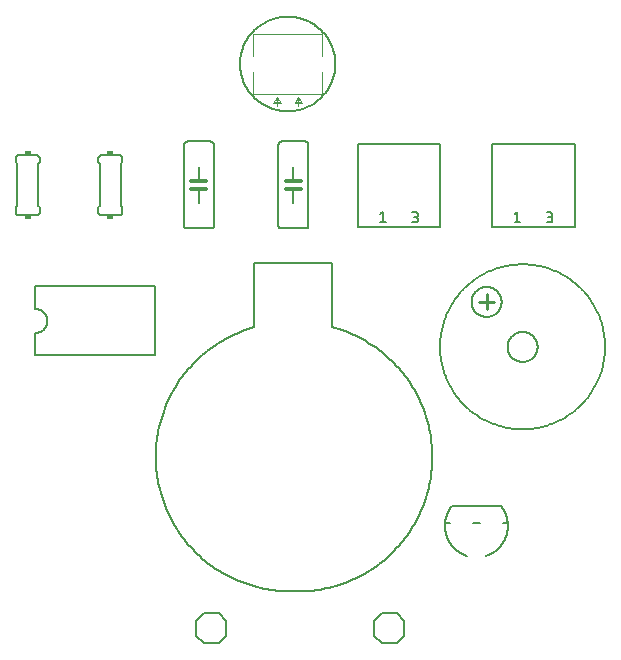
<source format=gto>
G75*
%MOIN*%
%OFA0B0*%
%FSLAX25Y25*%
%IPPOS*%
%LPD*%
%AMOC8*
5,1,8,0,0,1.08239X$1,22.5*
%
%ADD10C,0.00500*%
%ADD11C,0.00600*%
%ADD12C,0.00800*%
%ADD13C,0.00400*%
%ADD14C,0.00700*%
%ADD15C,0.01000*%
%ADD16R,0.02000X0.01500*%
%ADD17C,0.01200*%
D10*
X0128913Y0259230D02*
X0127814Y0259218D01*
X0126715Y0259233D01*
X0125616Y0259276D01*
X0124519Y0259345D01*
X0123424Y0259441D01*
X0122332Y0259564D01*
X0121243Y0259714D01*
X0120158Y0259890D01*
X0119078Y0260093D01*
X0118003Y0260322D01*
X0116934Y0260578D01*
X0115871Y0260859D01*
X0114816Y0261167D01*
X0113769Y0261501D01*
X0112730Y0261860D01*
X0111700Y0262244D01*
X0110680Y0262654D01*
X0109670Y0263088D01*
X0108672Y0263547D01*
X0107684Y0264031D01*
X0106709Y0264538D01*
X0105747Y0265070D01*
X0104798Y0265624D01*
X0103863Y0266202D01*
X0102943Y0266803D01*
X0102037Y0267426D01*
X0101147Y0268071D01*
X0100273Y0268737D01*
X0099415Y0269425D01*
X0098575Y0270134D01*
X0097753Y0270863D01*
X0096948Y0271612D01*
X0096162Y0272380D01*
X0095395Y0273168D01*
X0094648Y0273974D01*
X0093921Y0274798D01*
X0093214Y0275640D01*
X0092528Y0276499D01*
X0091863Y0277374D01*
X0091220Y0278266D01*
X0090599Y0279173D01*
X0090001Y0280095D01*
X0089425Y0281031D01*
X0088872Y0281981D01*
X0088343Y0282945D01*
X0087838Y0283921D01*
X0087357Y0284909D01*
X0086900Y0285909D01*
X0086467Y0286919D01*
X0086060Y0287940D01*
X0085678Y0288971D01*
X0085321Y0290010D01*
X0084990Y0291059D01*
X0084684Y0292115D01*
X0084405Y0293178D01*
X0084152Y0294247D01*
X0083925Y0295323D01*
X0083724Y0296403D01*
X0083550Y0297489D01*
X0083403Y0298578D01*
X0083282Y0299671D01*
X0083189Y0300766D01*
X0083122Y0301863D01*
X0083082Y0302961D01*
X0083069Y0304061D01*
X0083083Y0305160D01*
X0083124Y0306258D01*
X0083192Y0307355D01*
X0083287Y0308450D01*
X0083408Y0309543D01*
X0083557Y0310632D01*
X0083732Y0311717D01*
X0083933Y0312798D01*
X0084161Y0313873D01*
X0084415Y0314942D01*
X0084696Y0316005D01*
X0085002Y0317061D01*
X0085334Y0318108D01*
X0085692Y0319148D01*
X0086075Y0320178D01*
X0086484Y0321199D01*
X0086917Y0322209D01*
X0087375Y0323208D01*
X0087857Y0324196D01*
X0088364Y0325171D01*
X0088894Y0326134D01*
X0089447Y0327084D01*
X0090024Y0328020D01*
X0090623Y0328941D01*
X0091245Y0329848D01*
X0091889Y0330738D01*
X0092555Y0331613D01*
X0093241Y0332471D01*
X0093949Y0333312D01*
X0094677Y0334136D01*
X0095425Y0334941D01*
X0096193Y0335728D01*
X0096979Y0336496D01*
X0097785Y0337244D01*
X0098608Y0337972D01*
X0099449Y0338680D01*
X0100307Y0339367D01*
X0101181Y0340033D01*
X0102072Y0340677D01*
X0102978Y0341299D01*
X0103900Y0341899D01*
X0104835Y0342476D01*
X0105785Y0343030D01*
X0106747Y0343560D01*
X0107723Y0344067D01*
X0108711Y0344549D01*
X0109710Y0345007D01*
X0110720Y0345441D01*
X0111740Y0345849D01*
X0112770Y0346233D01*
X0113810Y0346591D01*
X0114857Y0346923D01*
X0115913Y0347230D01*
X0115921Y0368730D01*
X0141906Y0368730D01*
X0141913Y0347230D01*
X0157860Y0382197D02*
X0159749Y0382197D01*
X0158805Y0382197D02*
X0158805Y0385597D01*
X0157860Y0384841D01*
X0168610Y0385597D02*
X0169744Y0385597D01*
X0169798Y0385595D01*
X0169852Y0385589D01*
X0169905Y0385580D01*
X0169957Y0385566D01*
X0170008Y0385549D01*
X0170058Y0385529D01*
X0170106Y0385505D01*
X0170153Y0385477D01*
X0170197Y0385446D01*
X0170239Y0385412D01*
X0170279Y0385376D01*
X0170315Y0385336D01*
X0170349Y0385294D01*
X0170380Y0385250D01*
X0170408Y0385203D01*
X0170432Y0385155D01*
X0170452Y0385105D01*
X0170469Y0385054D01*
X0170483Y0385002D01*
X0170492Y0384949D01*
X0170498Y0384895D01*
X0170500Y0384841D01*
X0170498Y0384787D01*
X0170492Y0384733D01*
X0170483Y0384680D01*
X0170469Y0384628D01*
X0170452Y0384577D01*
X0170432Y0384527D01*
X0170408Y0384479D01*
X0170380Y0384432D01*
X0170349Y0384388D01*
X0170315Y0384346D01*
X0170279Y0384306D01*
X0170239Y0384270D01*
X0170197Y0384236D01*
X0170153Y0384205D01*
X0170106Y0384177D01*
X0170058Y0384153D01*
X0170008Y0384133D01*
X0169957Y0384116D01*
X0169905Y0384102D01*
X0169852Y0384093D01*
X0169798Y0384087D01*
X0169744Y0384085D01*
X0168988Y0384085D01*
X0169555Y0384085D02*
X0169615Y0384083D01*
X0169676Y0384077D01*
X0169735Y0384068D01*
X0169794Y0384054D01*
X0169852Y0384037D01*
X0169909Y0384016D01*
X0169965Y0383992D01*
X0170018Y0383964D01*
X0170070Y0383932D01*
X0170120Y0383898D01*
X0170167Y0383860D01*
X0170212Y0383819D01*
X0170254Y0383776D01*
X0170293Y0383730D01*
X0170329Y0383681D01*
X0170362Y0383630D01*
X0170392Y0383578D01*
X0170418Y0383523D01*
X0170441Y0383467D01*
X0170460Y0383410D01*
X0170475Y0383351D01*
X0170487Y0383292D01*
X0170495Y0383232D01*
X0170499Y0383171D01*
X0170499Y0383111D01*
X0170495Y0383050D01*
X0170487Y0382990D01*
X0170475Y0382931D01*
X0170460Y0382872D01*
X0170441Y0382815D01*
X0170418Y0382759D01*
X0170392Y0382704D01*
X0170362Y0382652D01*
X0170329Y0382601D01*
X0170293Y0382552D01*
X0170254Y0382506D01*
X0170212Y0382463D01*
X0170167Y0382422D01*
X0170120Y0382384D01*
X0170070Y0382350D01*
X0170018Y0382318D01*
X0169965Y0382290D01*
X0169909Y0382266D01*
X0169852Y0382245D01*
X0169794Y0382228D01*
X0169735Y0382214D01*
X0169676Y0382205D01*
X0169615Y0382199D01*
X0169555Y0382197D01*
X0168610Y0382197D01*
X0202663Y0382197D02*
X0204552Y0382197D01*
X0203608Y0382197D02*
X0203608Y0385597D01*
X0202663Y0384841D01*
X0213413Y0385597D02*
X0214547Y0385597D01*
X0214601Y0385595D01*
X0214655Y0385589D01*
X0214708Y0385580D01*
X0214760Y0385566D01*
X0214811Y0385549D01*
X0214861Y0385529D01*
X0214909Y0385505D01*
X0214956Y0385477D01*
X0215000Y0385446D01*
X0215042Y0385412D01*
X0215082Y0385376D01*
X0215118Y0385336D01*
X0215152Y0385294D01*
X0215183Y0385250D01*
X0215211Y0385203D01*
X0215235Y0385155D01*
X0215255Y0385105D01*
X0215272Y0385054D01*
X0215286Y0385002D01*
X0215295Y0384949D01*
X0215301Y0384895D01*
X0215303Y0384841D01*
X0215301Y0384787D01*
X0215295Y0384733D01*
X0215286Y0384680D01*
X0215272Y0384628D01*
X0215255Y0384577D01*
X0215235Y0384527D01*
X0215211Y0384479D01*
X0215183Y0384432D01*
X0215152Y0384388D01*
X0215118Y0384346D01*
X0215082Y0384306D01*
X0215042Y0384270D01*
X0215000Y0384236D01*
X0214956Y0384205D01*
X0214909Y0384177D01*
X0214861Y0384153D01*
X0214811Y0384133D01*
X0214760Y0384116D01*
X0214708Y0384102D01*
X0214655Y0384093D01*
X0214601Y0384087D01*
X0214547Y0384085D01*
X0213791Y0384085D01*
X0214358Y0384085D02*
X0214418Y0384083D01*
X0214479Y0384077D01*
X0214538Y0384068D01*
X0214597Y0384054D01*
X0214655Y0384037D01*
X0214712Y0384016D01*
X0214768Y0383992D01*
X0214821Y0383964D01*
X0214873Y0383932D01*
X0214923Y0383898D01*
X0214970Y0383860D01*
X0215015Y0383819D01*
X0215057Y0383776D01*
X0215096Y0383730D01*
X0215132Y0383681D01*
X0215165Y0383630D01*
X0215195Y0383578D01*
X0215221Y0383523D01*
X0215244Y0383467D01*
X0215263Y0383410D01*
X0215278Y0383351D01*
X0215290Y0383292D01*
X0215298Y0383232D01*
X0215302Y0383171D01*
X0215302Y0383111D01*
X0215298Y0383050D01*
X0215290Y0382990D01*
X0215278Y0382931D01*
X0215263Y0382872D01*
X0215244Y0382815D01*
X0215221Y0382759D01*
X0215195Y0382704D01*
X0215165Y0382652D01*
X0215132Y0382601D01*
X0215096Y0382552D01*
X0215057Y0382506D01*
X0215015Y0382463D01*
X0214970Y0382422D01*
X0214923Y0382384D01*
X0214873Y0382350D01*
X0214821Y0382318D01*
X0214768Y0382290D01*
X0214712Y0382266D01*
X0214655Y0382245D01*
X0214597Y0382228D01*
X0214538Y0382214D01*
X0214479Y0382205D01*
X0214418Y0382199D01*
X0214358Y0382197D01*
X0213413Y0382197D01*
X0198183Y0287580D02*
X0181691Y0287580D01*
X0181064Y0282080D02*
X0179485Y0282080D01*
X0188810Y0282080D02*
X0191064Y0282080D01*
X0198183Y0287581D02*
X0198336Y0287382D01*
X0198484Y0287180D01*
X0198627Y0286975D01*
X0198765Y0286766D01*
X0198898Y0286554D01*
X0199026Y0286339D01*
X0199148Y0286121D01*
X0199266Y0285900D01*
X0199378Y0285676D01*
X0199485Y0285450D01*
X0199586Y0285221D01*
X0199682Y0284990D01*
X0199773Y0284756D01*
X0199858Y0284521D01*
X0199937Y0284283D01*
X0200010Y0284044D01*
X0200078Y0283803D01*
X0200140Y0283561D01*
X0200196Y0283317D01*
X0200247Y0283071D01*
X0200291Y0282825D01*
X0200330Y0282578D01*
X0200362Y0282330D01*
X0200389Y0282081D01*
X0200389Y0282080D02*
X0198810Y0282080D01*
X0200389Y0282080D02*
X0200411Y0281825D01*
X0200426Y0281569D01*
X0200434Y0281313D01*
X0200437Y0281056D01*
X0200433Y0280800D01*
X0200423Y0280544D01*
X0200407Y0280288D01*
X0200385Y0280033D01*
X0200356Y0279778D01*
X0200321Y0279524D01*
X0200280Y0279271D01*
X0200233Y0279019D01*
X0200179Y0278769D01*
X0200120Y0278520D01*
X0200054Y0278272D01*
X0199983Y0278026D01*
X0199905Y0277781D01*
X0199822Y0277539D01*
X0199733Y0277299D01*
X0199637Y0277061D01*
X0199536Y0276825D01*
X0199430Y0276592D01*
X0199317Y0276362D01*
X0199199Y0276134D01*
X0199076Y0275910D01*
X0198947Y0275688D01*
X0198813Y0275470D01*
X0198673Y0275255D01*
X0198528Y0275044D01*
X0198378Y0274836D01*
X0198224Y0274632D01*
X0198064Y0274431D01*
X0197899Y0274235D01*
X0197730Y0274043D01*
X0197555Y0273854D01*
X0197377Y0273671D01*
X0197194Y0273491D01*
X0197006Y0273316D01*
X0196815Y0273146D01*
X0196619Y0272981D01*
X0196419Y0272820D01*
X0196216Y0272664D01*
X0196009Y0272514D01*
X0195798Y0272368D01*
X0195583Y0272227D01*
X0195366Y0272092D01*
X0195145Y0271962D01*
X0194921Y0271838D01*
X0194694Y0271719D01*
X0194464Y0271606D01*
X0194231Y0271498D01*
X0193996Y0271396D01*
X0193758Y0271300D01*
X0193519Y0271210D01*
X0193277Y0271125D01*
X0193033Y0271047D01*
X0186841Y0271047D02*
X0186599Y0271125D01*
X0186359Y0271209D01*
X0186121Y0271298D01*
X0185885Y0271393D01*
X0185651Y0271495D01*
X0185420Y0271601D01*
X0185192Y0271714D01*
X0184966Y0271831D01*
X0184743Y0271954D01*
X0184524Y0272083D01*
X0184307Y0272217D01*
X0184094Y0272356D01*
X0183884Y0272500D01*
X0183678Y0272649D01*
X0183476Y0272803D01*
X0183277Y0272962D01*
X0183082Y0273126D01*
X0182891Y0273295D01*
X0182705Y0273468D01*
X0182522Y0273645D01*
X0182344Y0273827D01*
X0182171Y0274013D01*
X0182002Y0274204D01*
X0181838Y0274398D01*
X0181678Y0274596D01*
X0181523Y0274798D01*
X0181374Y0275004D01*
X0181229Y0275213D01*
X0181089Y0275426D01*
X0180955Y0275642D01*
X0180826Y0275862D01*
X0180702Y0276084D01*
X0180583Y0276309D01*
X0180471Y0276537D01*
X0180363Y0276768D01*
X0180262Y0277001D01*
X0180166Y0277237D01*
X0180075Y0277475D01*
X0179991Y0277715D01*
X0179912Y0277957D01*
X0179839Y0278201D01*
X0179773Y0278447D01*
X0179712Y0278694D01*
X0179657Y0278942D01*
X0179608Y0279192D01*
X0179565Y0279443D01*
X0179529Y0279695D01*
X0179498Y0279947D01*
X0179474Y0280201D01*
X0179456Y0280454D01*
X0179444Y0280709D01*
X0179438Y0280963D01*
X0179438Y0281218D01*
X0179444Y0281472D01*
X0179457Y0281726D01*
X0179476Y0281980D01*
X0179501Y0282233D01*
X0179532Y0282486D01*
X0179569Y0282738D01*
X0179612Y0282988D01*
X0179661Y0283238D01*
X0179717Y0283487D01*
X0179778Y0283734D01*
X0179845Y0283979D01*
X0179918Y0284223D01*
X0179997Y0284465D01*
X0180082Y0284704D01*
X0180173Y0284942D01*
X0180270Y0285178D01*
X0180372Y0285411D01*
X0180480Y0285641D01*
X0180593Y0285869D01*
X0180712Y0286094D01*
X0180836Y0286316D01*
X0180966Y0286535D01*
X0181100Y0286751D01*
X0181240Y0286964D01*
X0181386Y0287173D01*
X0181536Y0287378D01*
X0181691Y0287580D01*
X0128913Y0259229D02*
X0130010Y0259204D01*
X0131108Y0259206D01*
X0132205Y0259235D01*
X0133301Y0259291D01*
X0134395Y0259374D01*
X0135487Y0259483D01*
X0136576Y0259620D01*
X0137662Y0259783D01*
X0138743Y0259972D01*
X0139819Y0260188D01*
X0140889Y0260430D01*
X0141953Y0260699D01*
X0143011Y0260993D01*
X0144060Y0261313D01*
X0145102Y0261659D01*
X0146135Y0262031D01*
X0147158Y0262427D01*
X0148171Y0262849D01*
X0149174Y0263295D01*
X0150166Y0263766D01*
X0151145Y0264260D01*
X0152112Y0264779D01*
X0153067Y0265321D01*
X0154007Y0265887D01*
X0154934Y0266475D01*
X0155845Y0267086D01*
X0156742Y0267720D01*
X0157622Y0268374D01*
X0158487Y0269051D01*
X0159334Y0269748D01*
X0160164Y0270466D01*
X0160977Y0271204D01*
X0161771Y0271962D01*
X0162546Y0272739D01*
X0163302Y0273534D01*
X0164038Y0274348D01*
X0164754Y0275180D01*
X0165449Y0276029D01*
X0166123Y0276895D01*
X0166776Y0277777D01*
X0167407Y0278675D01*
X0168016Y0279589D01*
X0168602Y0280516D01*
X0169166Y0281458D01*
X0169706Y0282414D01*
X0170222Y0283382D01*
X0170715Y0284363D01*
X0171183Y0285355D01*
X0171627Y0286359D01*
X0172046Y0287373D01*
X0172441Y0288398D01*
X0172810Y0289431D01*
X0173153Y0290474D01*
X0173471Y0291524D01*
X0173763Y0292582D01*
X0174029Y0293647D01*
X0174269Y0294718D01*
X0174482Y0295794D01*
X0174669Y0296876D01*
X0174829Y0297962D01*
X0174963Y0299051D01*
X0175070Y0300143D01*
X0175150Y0301238D01*
X0175203Y0302334D01*
X0175230Y0303431D01*
X0175229Y0304529D01*
X0175202Y0305626D01*
X0175148Y0306722D01*
X0175066Y0307816D01*
X0174958Y0308909D01*
X0174824Y0309998D01*
X0174662Y0311083D01*
X0174474Y0312165D01*
X0174260Y0313241D01*
X0174019Y0314312D01*
X0173752Y0315376D01*
X0173459Y0316434D01*
X0173140Y0317484D01*
X0172796Y0318526D01*
X0172426Y0319559D01*
X0172031Y0320583D01*
X0171611Y0321597D01*
X0171166Y0322601D01*
X0170697Y0323593D01*
X0170203Y0324573D01*
X0169686Y0325541D01*
X0169145Y0326496D01*
X0168581Y0327437D01*
X0167994Y0328364D01*
X0167384Y0329277D01*
X0166752Y0330174D01*
X0166098Y0331056D01*
X0165423Y0331921D01*
X0164727Y0332770D01*
X0164010Y0333601D01*
X0163273Y0334414D01*
X0162517Y0335209D01*
X0161741Y0335985D01*
X0160946Y0336742D01*
X0160133Y0337480D01*
X0159302Y0338197D01*
X0158454Y0338893D01*
X0157589Y0339569D01*
X0156708Y0340223D01*
X0155811Y0340855D01*
X0154899Y0341465D01*
X0153972Y0342053D01*
X0153031Y0342618D01*
X0152076Y0343159D01*
X0151108Y0343677D01*
X0150128Y0344171D01*
X0149136Y0344640D01*
X0148133Y0345086D01*
X0147119Y0345506D01*
X0146096Y0345902D01*
X0145063Y0346272D01*
X0144021Y0346617D01*
X0142971Y0346937D01*
X0141913Y0347230D01*
D11*
X0104051Y0241868D02*
X0099051Y0241868D01*
X0096551Y0244368D01*
X0096551Y0249368D01*
X0099051Y0251868D01*
X0104051Y0251868D01*
X0106551Y0249368D01*
X0106551Y0244368D01*
X0104051Y0241868D01*
X0155921Y0244368D02*
X0158421Y0241868D01*
X0163421Y0241868D01*
X0165921Y0244368D01*
X0165921Y0249368D01*
X0163421Y0251868D01*
X0158421Y0251868D01*
X0155921Y0249368D01*
X0155921Y0244368D01*
X0200331Y0340726D02*
X0200333Y0340867D01*
X0200339Y0341008D01*
X0200349Y0341148D01*
X0200363Y0341288D01*
X0200381Y0341428D01*
X0200402Y0341567D01*
X0200428Y0341706D01*
X0200457Y0341844D01*
X0200491Y0341980D01*
X0200528Y0342116D01*
X0200569Y0342251D01*
X0200614Y0342385D01*
X0200663Y0342517D01*
X0200715Y0342648D01*
X0200771Y0342777D01*
X0200831Y0342904D01*
X0200894Y0343030D01*
X0200960Y0343154D01*
X0201031Y0343277D01*
X0201104Y0343397D01*
X0201181Y0343515D01*
X0201261Y0343631D01*
X0201345Y0343744D01*
X0201431Y0343855D01*
X0201521Y0343964D01*
X0201614Y0344070D01*
X0201709Y0344173D01*
X0201808Y0344274D01*
X0201909Y0344372D01*
X0202013Y0344467D01*
X0202120Y0344559D01*
X0202229Y0344648D01*
X0202341Y0344733D01*
X0202455Y0344816D01*
X0202571Y0344896D01*
X0202690Y0344972D01*
X0202811Y0345044D01*
X0202933Y0345114D01*
X0203058Y0345179D01*
X0203184Y0345242D01*
X0203312Y0345300D01*
X0203442Y0345355D01*
X0203573Y0345407D01*
X0203706Y0345454D01*
X0203840Y0345498D01*
X0203975Y0345539D01*
X0204111Y0345575D01*
X0204248Y0345607D01*
X0204386Y0345636D01*
X0204524Y0345661D01*
X0204664Y0345681D01*
X0204804Y0345698D01*
X0204944Y0345711D01*
X0205085Y0345720D01*
X0205225Y0345725D01*
X0205366Y0345726D01*
X0205507Y0345723D01*
X0205648Y0345716D01*
X0205788Y0345705D01*
X0205928Y0345690D01*
X0206068Y0345671D01*
X0206207Y0345649D01*
X0206345Y0345622D01*
X0206483Y0345592D01*
X0206619Y0345557D01*
X0206755Y0345519D01*
X0206889Y0345477D01*
X0207023Y0345431D01*
X0207155Y0345382D01*
X0207285Y0345328D01*
X0207414Y0345271D01*
X0207541Y0345211D01*
X0207667Y0345147D01*
X0207790Y0345079D01*
X0207912Y0345008D01*
X0208032Y0344934D01*
X0208149Y0344856D01*
X0208264Y0344775D01*
X0208377Y0344691D01*
X0208488Y0344604D01*
X0208596Y0344513D01*
X0208701Y0344420D01*
X0208804Y0344323D01*
X0208904Y0344224D01*
X0209001Y0344122D01*
X0209095Y0344017D01*
X0209186Y0343910D01*
X0209274Y0343800D01*
X0209359Y0343688D01*
X0209441Y0343573D01*
X0209520Y0343456D01*
X0209595Y0343337D01*
X0209667Y0343216D01*
X0209735Y0343093D01*
X0209800Y0342968D01*
X0209862Y0342841D01*
X0209919Y0342712D01*
X0209974Y0342582D01*
X0210024Y0342451D01*
X0210071Y0342318D01*
X0210114Y0342184D01*
X0210153Y0342048D01*
X0210188Y0341912D01*
X0210220Y0341775D01*
X0210247Y0341637D01*
X0210271Y0341498D01*
X0210291Y0341358D01*
X0210307Y0341218D01*
X0210319Y0341078D01*
X0210327Y0340937D01*
X0210331Y0340796D01*
X0210331Y0340656D01*
X0210327Y0340515D01*
X0210319Y0340374D01*
X0210307Y0340234D01*
X0210291Y0340094D01*
X0210271Y0339954D01*
X0210247Y0339815D01*
X0210220Y0339677D01*
X0210188Y0339540D01*
X0210153Y0339404D01*
X0210114Y0339268D01*
X0210071Y0339134D01*
X0210024Y0339001D01*
X0209974Y0338870D01*
X0209919Y0338740D01*
X0209862Y0338611D01*
X0209800Y0338484D01*
X0209735Y0338359D01*
X0209667Y0338236D01*
X0209595Y0338115D01*
X0209520Y0337996D01*
X0209441Y0337879D01*
X0209359Y0337764D01*
X0209274Y0337652D01*
X0209186Y0337542D01*
X0209095Y0337435D01*
X0209001Y0337330D01*
X0208904Y0337228D01*
X0208804Y0337129D01*
X0208701Y0337032D01*
X0208596Y0336939D01*
X0208488Y0336848D01*
X0208377Y0336761D01*
X0208264Y0336677D01*
X0208149Y0336596D01*
X0208032Y0336518D01*
X0207912Y0336444D01*
X0207790Y0336373D01*
X0207667Y0336305D01*
X0207541Y0336241D01*
X0207414Y0336181D01*
X0207285Y0336124D01*
X0207155Y0336070D01*
X0207023Y0336021D01*
X0206889Y0335975D01*
X0206755Y0335933D01*
X0206619Y0335895D01*
X0206483Y0335860D01*
X0206345Y0335830D01*
X0206207Y0335803D01*
X0206068Y0335781D01*
X0205928Y0335762D01*
X0205788Y0335747D01*
X0205648Y0335736D01*
X0205507Y0335729D01*
X0205366Y0335726D01*
X0205225Y0335727D01*
X0205085Y0335732D01*
X0204944Y0335741D01*
X0204804Y0335754D01*
X0204664Y0335771D01*
X0204524Y0335791D01*
X0204386Y0335816D01*
X0204248Y0335845D01*
X0204111Y0335877D01*
X0203975Y0335913D01*
X0203840Y0335954D01*
X0203706Y0335998D01*
X0203573Y0336045D01*
X0203442Y0336097D01*
X0203312Y0336152D01*
X0203184Y0336210D01*
X0203058Y0336273D01*
X0202933Y0336338D01*
X0202811Y0336408D01*
X0202690Y0336480D01*
X0202571Y0336556D01*
X0202455Y0336636D01*
X0202341Y0336719D01*
X0202229Y0336804D01*
X0202120Y0336893D01*
X0202013Y0336985D01*
X0201909Y0337080D01*
X0201808Y0337178D01*
X0201709Y0337279D01*
X0201614Y0337382D01*
X0201521Y0337488D01*
X0201431Y0337597D01*
X0201345Y0337708D01*
X0201261Y0337821D01*
X0201181Y0337937D01*
X0201104Y0338055D01*
X0201031Y0338175D01*
X0200960Y0338298D01*
X0200894Y0338422D01*
X0200831Y0338548D01*
X0200771Y0338675D01*
X0200715Y0338804D01*
X0200663Y0338935D01*
X0200614Y0339067D01*
X0200569Y0339201D01*
X0200528Y0339336D01*
X0200491Y0339472D01*
X0200457Y0339608D01*
X0200428Y0339746D01*
X0200402Y0339885D01*
X0200381Y0340024D01*
X0200363Y0340164D01*
X0200349Y0340304D01*
X0200339Y0340444D01*
X0200333Y0340585D01*
X0200331Y0340726D01*
X0177831Y0340726D02*
X0177839Y0341401D01*
X0177864Y0342075D01*
X0177906Y0342749D01*
X0177963Y0343421D01*
X0178038Y0344092D01*
X0178129Y0344761D01*
X0178236Y0345427D01*
X0178359Y0346091D01*
X0178499Y0346751D01*
X0178655Y0347408D01*
X0178827Y0348061D01*
X0179015Y0348709D01*
X0179219Y0349352D01*
X0179439Y0349990D01*
X0179674Y0350623D01*
X0179924Y0351250D01*
X0180190Y0351870D01*
X0180471Y0352484D01*
X0180767Y0353090D01*
X0181078Y0353689D01*
X0181404Y0354281D01*
X0181743Y0354864D01*
X0182098Y0355438D01*
X0182466Y0356004D01*
X0182847Y0356561D01*
X0183243Y0357108D01*
X0183651Y0357645D01*
X0184073Y0358172D01*
X0184508Y0358688D01*
X0184955Y0359194D01*
X0185414Y0359688D01*
X0185886Y0360171D01*
X0186369Y0360643D01*
X0186863Y0361102D01*
X0187369Y0361549D01*
X0187885Y0361984D01*
X0188412Y0362406D01*
X0188949Y0362814D01*
X0189496Y0363210D01*
X0190053Y0363591D01*
X0190619Y0363959D01*
X0191193Y0364314D01*
X0191776Y0364653D01*
X0192368Y0364979D01*
X0192967Y0365290D01*
X0193573Y0365586D01*
X0194187Y0365867D01*
X0194807Y0366133D01*
X0195434Y0366383D01*
X0196067Y0366618D01*
X0196705Y0366838D01*
X0197348Y0367042D01*
X0197996Y0367230D01*
X0198649Y0367402D01*
X0199306Y0367558D01*
X0199966Y0367698D01*
X0200630Y0367821D01*
X0201296Y0367928D01*
X0201965Y0368019D01*
X0202636Y0368094D01*
X0203308Y0368151D01*
X0203982Y0368193D01*
X0204656Y0368218D01*
X0205331Y0368226D01*
X0206006Y0368218D01*
X0206680Y0368193D01*
X0207354Y0368151D01*
X0208026Y0368094D01*
X0208697Y0368019D01*
X0209366Y0367928D01*
X0210032Y0367821D01*
X0210696Y0367698D01*
X0211356Y0367558D01*
X0212013Y0367402D01*
X0212666Y0367230D01*
X0213314Y0367042D01*
X0213957Y0366838D01*
X0214595Y0366618D01*
X0215228Y0366383D01*
X0215855Y0366133D01*
X0216475Y0365867D01*
X0217089Y0365586D01*
X0217695Y0365290D01*
X0218294Y0364979D01*
X0218886Y0364653D01*
X0219469Y0364314D01*
X0220043Y0363959D01*
X0220609Y0363591D01*
X0221166Y0363210D01*
X0221713Y0362814D01*
X0222250Y0362406D01*
X0222777Y0361984D01*
X0223293Y0361549D01*
X0223799Y0361102D01*
X0224293Y0360643D01*
X0224776Y0360171D01*
X0225248Y0359688D01*
X0225707Y0359194D01*
X0226154Y0358688D01*
X0226589Y0358172D01*
X0227011Y0357645D01*
X0227419Y0357108D01*
X0227815Y0356561D01*
X0228196Y0356004D01*
X0228564Y0355438D01*
X0228919Y0354864D01*
X0229258Y0354281D01*
X0229584Y0353689D01*
X0229895Y0353090D01*
X0230191Y0352484D01*
X0230472Y0351870D01*
X0230738Y0351250D01*
X0230988Y0350623D01*
X0231223Y0349990D01*
X0231443Y0349352D01*
X0231647Y0348709D01*
X0231835Y0348061D01*
X0232007Y0347408D01*
X0232163Y0346751D01*
X0232303Y0346091D01*
X0232426Y0345427D01*
X0232533Y0344761D01*
X0232624Y0344092D01*
X0232699Y0343421D01*
X0232756Y0342749D01*
X0232798Y0342075D01*
X0232823Y0341401D01*
X0232831Y0340726D01*
X0232823Y0340051D01*
X0232798Y0339377D01*
X0232756Y0338703D01*
X0232699Y0338031D01*
X0232624Y0337360D01*
X0232533Y0336691D01*
X0232426Y0336025D01*
X0232303Y0335361D01*
X0232163Y0334701D01*
X0232007Y0334044D01*
X0231835Y0333391D01*
X0231647Y0332743D01*
X0231443Y0332100D01*
X0231223Y0331462D01*
X0230988Y0330829D01*
X0230738Y0330202D01*
X0230472Y0329582D01*
X0230191Y0328968D01*
X0229895Y0328362D01*
X0229584Y0327763D01*
X0229258Y0327171D01*
X0228919Y0326588D01*
X0228564Y0326014D01*
X0228196Y0325448D01*
X0227815Y0324891D01*
X0227419Y0324344D01*
X0227011Y0323807D01*
X0226589Y0323280D01*
X0226154Y0322764D01*
X0225707Y0322258D01*
X0225248Y0321764D01*
X0224776Y0321281D01*
X0224293Y0320809D01*
X0223799Y0320350D01*
X0223293Y0319903D01*
X0222777Y0319468D01*
X0222250Y0319046D01*
X0221713Y0318638D01*
X0221166Y0318242D01*
X0220609Y0317861D01*
X0220043Y0317493D01*
X0219469Y0317138D01*
X0218886Y0316799D01*
X0218294Y0316473D01*
X0217695Y0316162D01*
X0217089Y0315866D01*
X0216475Y0315585D01*
X0215855Y0315319D01*
X0215228Y0315069D01*
X0214595Y0314834D01*
X0213957Y0314614D01*
X0213314Y0314410D01*
X0212666Y0314222D01*
X0212013Y0314050D01*
X0211356Y0313894D01*
X0210696Y0313754D01*
X0210032Y0313631D01*
X0209366Y0313524D01*
X0208697Y0313433D01*
X0208026Y0313358D01*
X0207354Y0313301D01*
X0206680Y0313259D01*
X0206006Y0313234D01*
X0205331Y0313226D01*
X0204656Y0313234D01*
X0203982Y0313259D01*
X0203308Y0313301D01*
X0202636Y0313358D01*
X0201965Y0313433D01*
X0201296Y0313524D01*
X0200630Y0313631D01*
X0199966Y0313754D01*
X0199306Y0313894D01*
X0198649Y0314050D01*
X0197996Y0314222D01*
X0197348Y0314410D01*
X0196705Y0314614D01*
X0196067Y0314834D01*
X0195434Y0315069D01*
X0194807Y0315319D01*
X0194187Y0315585D01*
X0193573Y0315866D01*
X0192967Y0316162D01*
X0192368Y0316473D01*
X0191776Y0316799D01*
X0191193Y0317138D01*
X0190619Y0317493D01*
X0190053Y0317861D01*
X0189496Y0318242D01*
X0188949Y0318638D01*
X0188412Y0319046D01*
X0187885Y0319468D01*
X0187369Y0319903D01*
X0186863Y0320350D01*
X0186369Y0320809D01*
X0185886Y0321281D01*
X0185414Y0321764D01*
X0184955Y0322258D01*
X0184508Y0322764D01*
X0184073Y0323280D01*
X0183651Y0323807D01*
X0183243Y0324344D01*
X0182847Y0324891D01*
X0182466Y0325448D01*
X0182098Y0326014D01*
X0181743Y0326588D01*
X0181404Y0327171D01*
X0181078Y0327763D01*
X0180767Y0328362D01*
X0180471Y0328968D01*
X0180190Y0329582D01*
X0179924Y0330202D01*
X0179674Y0330829D01*
X0179439Y0331462D01*
X0179219Y0332100D01*
X0179015Y0332743D01*
X0178827Y0333391D01*
X0178655Y0334044D01*
X0178499Y0334701D01*
X0178359Y0335361D01*
X0178236Y0336025D01*
X0178129Y0336691D01*
X0178038Y0337360D01*
X0177963Y0338031D01*
X0177906Y0338703D01*
X0177864Y0339377D01*
X0177839Y0340051D01*
X0177831Y0340726D01*
X0188331Y0355726D02*
X0188333Y0355867D01*
X0188339Y0356008D01*
X0188349Y0356148D01*
X0188363Y0356288D01*
X0188381Y0356428D01*
X0188402Y0356567D01*
X0188428Y0356706D01*
X0188457Y0356844D01*
X0188491Y0356980D01*
X0188528Y0357116D01*
X0188569Y0357251D01*
X0188614Y0357385D01*
X0188663Y0357517D01*
X0188715Y0357648D01*
X0188771Y0357777D01*
X0188831Y0357904D01*
X0188894Y0358030D01*
X0188960Y0358154D01*
X0189031Y0358277D01*
X0189104Y0358397D01*
X0189181Y0358515D01*
X0189261Y0358631D01*
X0189345Y0358744D01*
X0189431Y0358855D01*
X0189521Y0358964D01*
X0189614Y0359070D01*
X0189709Y0359173D01*
X0189808Y0359274D01*
X0189909Y0359372D01*
X0190013Y0359467D01*
X0190120Y0359559D01*
X0190229Y0359648D01*
X0190341Y0359733D01*
X0190455Y0359816D01*
X0190571Y0359896D01*
X0190690Y0359972D01*
X0190811Y0360044D01*
X0190933Y0360114D01*
X0191058Y0360179D01*
X0191184Y0360242D01*
X0191312Y0360300D01*
X0191442Y0360355D01*
X0191573Y0360407D01*
X0191706Y0360454D01*
X0191840Y0360498D01*
X0191975Y0360539D01*
X0192111Y0360575D01*
X0192248Y0360607D01*
X0192386Y0360636D01*
X0192524Y0360661D01*
X0192664Y0360681D01*
X0192804Y0360698D01*
X0192944Y0360711D01*
X0193085Y0360720D01*
X0193225Y0360725D01*
X0193366Y0360726D01*
X0193507Y0360723D01*
X0193648Y0360716D01*
X0193788Y0360705D01*
X0193928Y0360690D01*
X0194068Y0360671D01*
X0194207Y0360649D01*
X0194345Y0360622D01*
X0194483Y0360592D01*
X0194619Y0360557D01*
X0194755Y0360519D01*
X0194889Y0360477D01*
X0195023Y0360431D01*
X0195155Y0360382D01*
X0195285Y0360328D01*
X0195414Y0360271D01*
X0195541Y0360211D01*
X0195667Y0360147D01*
X0195790Y0360079D01*
X0195912Y0360008D01*
X0196032Y0359934D01*
X0196149Y0359856D01*
X0196264Y0359775D01*
X0196377Y0359691D01*
X0196488Y0359604D01*
X0196596Y0359513D01*
X0196701Y0359420D01*
X0196804Y0359323D01*
X0196904Y0359224D01*
X0197001Y0359122D01*
X0197095Y0359017D01*
X0197186Y0358910D01*
X0197274Y0358800D01*
X0197359Y0358688D01*
X0197441Y0358573D01*
X0197520Y0358456D01*
X0197595Y0358337D01*
X0197667Y0358216D01*
X0197735Y0358093D01*
X0197800Y0357968D01*
X0197862Y0357841D01*
X0197919Y0357712D01*
X0197974Y0357582D01*
X0198024Y0357451D01*
X0198071Y0357318D01*
X0198114Y0357184D01*
X0198153Y0357048D01*
X0198188Y0356912D01*
X0198220Y0356775D01*
X0198247Y0356637D01*
X0198271Y0356498D01*
X0198291Y0356358D01*
X0198307Y0356218D01*
X0198319Y0356078D01*
X0198327Y0355937D01*
X0198331Y0355796D01*
X0198331Y0355656D01*
X0198327Y0355515D01*
X0198319Y0355374D01*
X0198307Y0355234D01*
X0198291Y0355094D01*
X0198271Y0354954D01*
X0198247Y0354815D01*
X0198220Y0354677D01*
X0198188Y0354540D01*
X0198153Y0354404D01*
X0198114Y0354268D01*
X0198071Y0354134D01*
X0198024Y0354001D01*
X0197974Y0353870D01*
X0197919Y0353740D01*
X0197862Y0353611D01*
X0197800Y0353484D01*
X0197735Y0353359D01*
X0197667Y0353236D01*
X0197595Y0353115D01*
X0197520Y0352996D01*
X0197441Y0352879D01*
X0197359Y0352764D01*
X0197274Y0352652D01*
X0197186Y0352542D01*
X0197095Y0352435D01*
X0197001Y0352330D01*
X0196904Y0352228D01*
X0196804Y0352129D01*
X0196701Y0352032D01*
X0196596Y0351939D01*
X0196488Y0351848D01*
X0196377Y0351761D01*
X0196264Y0351677D01*
X0196149Y0351596D01*
X0196032Y0351518D01*
X0195912Y0351444D01*
X0195790Y0351373D01*
X0195667Y0351305D01*
X0195541Y0351241D01*
X0195414Y0351181D01*
X0195285Y0351124D01*
X0195155Y0351070D01*
X0195023Y0351021D01*
X0194889Y0350975D01*
X0194755Y0350933D01*
X0194619Y0350895D01*
X0194483Y0350860D01*
X0194345Y0350830D01*
X0194207Y0350803D01*
X0194068Y0350781D01*
X0193928Y0350762D01*
X0193788Y0350747D01*
X0193648Y0350736D01*
X0193507Y0350729D01*
X0193366Y0350726D01*
X0193225Y0350727D01*
X0193085Y0350732D01*
X0192944Y0350741D01*
X0192804Y0350754D01*
X0192664Y0350771D01*
X0192524Y0350791D01*
X0192386Y0350816D01*
X0192248Y0350845D01*
X0192111Y0350877D01*
X0191975Y0350913D01*
X0191840Y0350954D01*
X0191706Y0350998D01*
X0191573Y0351045D01*
X0191442Y0351097D01*
X0191312Y0351152D01*
X0191184Y0351210D01*
X0191058Y0351273D01*
X0190933Y0351338D01*
X0190811Y0351408D01*
X0190690Y0351480D01*
X0190571Y0351556D01*
X0190455Y0351636D01*
X0190341Y0351719D01*
X0190229Y0351804D01*
X0190120Y0351893D01*
X0190013Y0351985D01*
X0189909Y0352080D01*
X0189808Y0352178D01*
X0189709Y0352279D01*
X0189614Y0352382D01*
X0189521Y0352488D01*
X0189431Y0352597D01*
X0189345Y0352708D01*
X0189261Y0352821D01*
X0189181Y0352937D01*
X0189104Y0353055D01*
X0189031Y0353175D01*
X0188960Y0353298D01*
X0188894Y0353422D01*
X0188831Y0353548D01*
X0188771Y0353675D01*
X0188715Y0353804D01*
X0188663Y0353935D01*
X0188614Y0354067D01*
X0188569Y0354201D01*
X0188528Y0354336D01*
X0188491Y0354472D01*
X0188457Y0354608D01*
X0188428Y0354746D01*
X0188402Y0354885D01*
X0188381Y0355024D01*
X0188363Y0355164D01*
X0188349Y0355304D01*
X0188339Y0355444D01*
X0188333Y0355585D01*
X0188331Y0355726D01*
X0133953Y0381163D02*
X0133953Y0408163D01*
X0133951Y0408223D01*
X0133946Y0408284D01*
X0133937Y0408343D01*
X0133924Y0408402D01*
X0133908Y0408461D01*
X0133888Y0408518D01*
X0133865Y0408573D01*
X0133838Y0408628D01*
X0133809Y0408680D01*
X0133776Y0408731D01*
X0133740Y0408780D01*
X0133702Y0408826D01*
X0133660Y0408870D01*
X0133616Y0408912D01*
X0133570Y0408950D01*
X0133521Y0408986D01*
X0133470Y0409019D01*
X0133418Y0409048D01*
X0133363Y0409075D01*
X0133308Y0409098D01*
X0133251Y0409118D01*
X0133192Y0409134D01*
X0133133Y0409147D01*
X0133074Y0409156D01*
X0133013Y0409161D01*
X0132953Y0409163D01*
X0124953Y0409163D01*
X0124893Y0409161D01*
X0124832Y0409156D01*
X0124773Y0409147D01*
X0124714Y0409134D01*
X0124655Y0409118D01*
X0124598Y0409098D01*
X0124543Y0409075D01*
X0124488Y0409048D01*
X0124436Y0409019D01*
X0124385Y0408986D01*
X0124336Y0408950D01*
X0124290Y0408912D01*
X0124246Y0408870D01*
X0124204Y0408826D01*
X0124166Y0408780D01*
X0124130Y0408731D01*
X0124097Y0408680D01*
X0124068Y0408628D01*
X0124041Y0408573D01*
X0124018Y0408518D01*
X0123998Y0408461D01*
X0123982Y0408402D01*
X0123969Y0408343D01*
X0123960Y0408284D01*
X0123955Y0408223D01*
X0123953Y0408163D01*
X0123953Y0381163D01*
X0123955Y0381103D01*
X0123960Y0381042D01*
X0123969Y0380983D01*
X0123982Y0380924D01*
X0123998Y0380865D01*
X0124018Y0380808D01*
X0124041Y0380753D01*
X0124068Y0380698D01*
X0124097Y0380646D01*
X0124130Y0380595D01*
X0124166Y0380546D01*
X0124204Y0380500D01*
X0124246Y0380456D01*
X0124290Y0380414D01*
X0124336Y0380376D01*
X0124385Y0380340D01*
X0124436Y0380307D01*
X0124488Y0380278D01*
X0124543Y0380251D01*
X0124598Y0380228D01*
X0124655Y0380208D01*
X0124714Y0380192D01*
X0124773Y0380179D01*
X0124832Y0380170D01*
X0124893Y0380165D01*
X0124953Y0380163D01*
X0132953Y0380163D01*
X0133013Y0380165D01*
X0133074Y0380170D01*
X0133133Y0380179D01*
X0133192Y0380192D01*
X0133251Y0380208D01*
X0133308Y0380228D01*
X0133363Y0380251D01*
X0133418Y0380278D01*
X0133470Y0380307D01*
X0133521Y0380340D01*
X0133570Y0380376D01*
X0133616Y0380414D01*
X0133660Y0380456D01*
X0133702Y0380500D01*
X0133740Y0380546D01*
X0133776Y0380595D01*
X0133809Y0380646D01*
X0133838Y0380698D01*
X0133865Y0380753D01*
X0133888Y0380808D01*
X0133908Y0380865D01*
X0133924Y0380924D01*
X0133937Y0380983D01*
X0133946Y0381042D01*
X0133951Y0381103D01*
X0133953Y0381163D01*
X0128953Y0388663D02*
X0128953Y0393463D01*
X0128953Y0395963D02*
X0128953Y0400663D01*
X0102457Y0408163D02*
X0102457Y0381163D01*
X0102455Y0381103D01*
X0102450Y0381042D01*
X0102441Y0380983D01*
X0102428Y0380924D01*
X0102412Y0380865D01*
X0102392Y0380808D01*
X0102369Y0380753D01*
X0102342Y0380698D01*
X0102313Y0380646D01*
X0102280Y0380595D01*
X0102244Y0380546D01*
X0102206Y0380500D01*
X0102164Y0380456D01*
X0102120Y0380414D01*
X0102074Y0380376D01*
X0102025Y0380340D01*
X0101974Y0380307D01*
X0101922Y0380278D01*
X0101867Y0380251D01*
X0101812Y0380228D01*
X0101755Y0380208D01*
X0101696Y0380192D01*
X0101637Y0380179D01*
X0101578Y0380170D01*
X0101517Y0380165D01*
X0101457Y0380163D01*
X0093457Y0380163D01*
X0093397Y0380165D01*
X0093336Y0380170D01*
X0093277Y0380179D01*
X0093218Y0380192D01*
X0093159Y0380208D01*
X0093102Y0380228D01*
X0093047Y0380251D01*
X0092992Y0380278D01*
X0092940Y0380307D01*
X0092889Y0380340D01*
X0092840Y0380376D01*
X0092794Y0380414D01*
X0092750Y0380456D01*
X0092708Y0380500D01*
X0092670Y0380546D01*
X0092634Y0380595D01*
X0092601Y0380646D01*
X0092572Y0380698D01*
X0092545Y0380753D01*
X0092522Y0380808D01*
X0092502Y0380865D01*
X0092486Y0380924D01*
X0092473Y0380983D01*
X0092464Y0381042D01*
X0092459Y0381103D01*
X0092457Y0381163D01*
X0092457Y0408163D01*
X0092459Y0408223D01*
X0092464Y0408284D01*
X0092473Y0408343D01*
X0092486Y0408402D01*
X0092502Y0408461D01*
X0092522Y0408518D01*
X0092545Y0408573D01*
X0092572Y0408628D01*
X0092601Y0408680D01*
X0092634Y0408731D01*
X0092670Y0408780D01*
X0092708Y0408826D01*
X0092750Y0408870D01*
X0092794Y0408912D01*
X0092840Y0408950D01*
X0092889Y0408986D01*
X0092940Y0409019D01*
X0092992Y0409048D01*
X0093047Y0409075D01*
X0093102Y0409098D01*
X0093159Y0409118D01*
X0093218Y0409134D01*
X0093277Y0409147D01*
X0093336Y0409156D01*
X0093397Y0409161D01*
X0093457Y0409163D01*
X0101457Y0409163D01*
X0101517Y0409161D01*
X0101578Y0409156D01*
X0101637Y0409147D01*
X0101696Y0409134D01*
X0101755Y0409118D01*
X0101812Y0409098D01*
X0101867Y0409075D01*
X0101922Y0409048D01*
X0101974Y0409019D01*
X0102025Y0408986D01*
X0102074Y0408950D01*
X0102120Y0408912D01*
X0102164Y0408870D01*
X0102206Y0408826D01*
X0102244Y0408780D01*
X0102280Y0408731D01*
X0102313Y0408680D01*
X0102342Y0408628D01*
X0102369Y0408573D01*
X0102392Y0408518D01*
X0102412Y0408461D01*
X0102428Y0408402D01*
X0102441Y0408343D01*
X0102450Y0408284D01*
X0102455Y0408223D01*
X0102457Y0408163D01*
X0097457Y0400663D02*
X0097457Y0395963D01*
X0097457Y0393463D02*
X0097457Y0388663D01*
X0082929Y0360887D02*
X0082929Y0337887D01*
X0042929Y0337887D01*
X0042929Y0345387D01*
X0043055Y0345389D01*
X0043180Y0345395D01*
X0043305Y0345405D01*
X0043430Y0345419D01*
X0043555Y0345436D01*
X0043679Y0345458D01*
X0043802Y0345483D01*
X0043924Y0345513D01*
X0044045Y0345546D01*
X0044165Y0345583D01*
X0044284Y0345623D01*
X0044401Y0345668D01*
X0044518Y0345716D01*
X0044632Y0345768D01*
X0044745Y0345823D01*
X0044856Y0345882D01*
X0044965Y0345944D01*
X0045072Y0346010D01*
X0045177Y0346079D01*
X0045280Y0346151D01*
X0045381Y0346226D01*
X0045479Y0346305D01*
X0045574Y0346387D01*
X0045667Y0346471D01*
X0045757Y0346559D01*
X0045845Y0346649D01*
X0045929Y0346742D01*
X0046011Y0346837D01*
X0046090Y0346935D01*
X0046165Y0347036D01*
X0046237Y0347139D01*
X0046306Y0347244D01*
X0046372Y0347351D01*
X0046434Y0347460D01*
X0046493Y0347571D01*
X0046548Y0347684D01*
X0046600Y0347798D01*
X0046648Y0347915D01*
X0046693Y0348032D01*
X0046733Y0348151D01*
X0046770Y0348271D01*
X0046803Y0348392D01*
X0046833Y0348514D01*
X0046858Y0348637D01*
X0046880Y0348761D01*
X0046897Y0348886D01*
X0046911Y0349011D01*
X0046921Y0349136D01*
X0046927Y0349261D01*
X0046929Y0349387D01*
X0046927Y0349513D01*
X0046921Y0349638D01*
X0046911Y0349763D01*
X0046897Y0349888D01*
X0046880Y0350013D01*
X0046858Y0350137D01*
X0046833Y0350260D01*
X0046803Y0350382D01*
X0046770Y0350503D01*
X0046733Y0350623D01*
X0046693Y0350742D01*
X0046648Y0350859D01*
X0046600Y0350976D01*
X0046548Y0351090D01*
X0046493Y0351203D01*
X0046434Y0351314D01*
X0046372Y0351423D01*
X0046306Y0351530D01*
X0046237Y0351635D01*
X0046165Y0351738D01*
X0046090Y0351839D01*
X0046011Y0351937D01*
X0045929Y0352032D01*
X0045845Y0352125D01*
X0045757Y0352215D01*
X0045667Y0352303D01*
X0045574Y0352387D01*
X0045479Y0352469D01*
X0045381Y0352548D01*
X0045280Y0352623D01*
X0045177Y0352695D01*
X0045072Y0352764D01*
X0044965Y0352830D01*
X0044856Y0352892D01*
X0044745Y0352951D01*
X0044632Y0353006D01*
X0044518Y0353058D01*
X0044401Y0353106D01*
X0044284Y0353151D01*
X0044165Y0353191D01*
X0044045Y0353228D01*
X0043924Y0353261D01*
X0043802Y0353291D01*
X0043679Y0353316D01*
X0043555Y0353338D01*
X0043430Y0353355D01*
X0043305Y0353369D01*
X0043180Y0353379D01*
X0043055Y0353385D01*
X0042929Y0353387D01*
X0042929Y0360887D01*
X0082929Y0360887D01*
X0070929Y0384663D02*
X0064929Y0384663D01*
X0064869Y0384665D01*
X0064808Y0384670D01*
X0064749Y0384679D01*
X0064690Y0384692D01*
X0064631Y0384708D01*
X0064574Y0384728D01*
X0064519Y0384751D01*
X0064464Y0384778D01*
X0064412Y0384807D01*
X0064361Y0384840D01*
X0064312Y0384876D01*
X0064266Y0384914D01*
X0064222Y0384956D01*
X0064180Y0385000D01*
X0064142Y0385046D01*
X0064106Y0385095D01*
X0064073Y0385146D01*
X0064044Y0385198D01*
X0064017Y0385253D01*
X0063994Y0385308D01*
X0063974Y0385365D01*
X0063958Y0385424D01*
X0063945Y0385483D01*
X0063936Y0385542D01*
X0063931Y0385603D01*
X0063929Y0385663D01*
X0063929Y0387163D01*
X0064429Y0387663D01*
X0064429Y0401663D01*
X0063929Y0402163D01*
X0063929Y0403663D01*
X0063931Y0403723D01*
X0063936Y0403784D01*
X0063945Y0403843D01*
X0063958Y0403902D01*
X0063974Y0403961D01*
X0063994Y0404018D01*
X0064017Y0404073D01*
X0064044Y0404128D01*
X0064073Y0404180D01*
X0064106Y0404231D01*
X0064142Y0404280D01*
X0064180Y0404326D01*
X0064222Y0404370D01*
X0064266Y0404412D01*
X0064312Y0404450D01*
X0064361Y0404486D01*
X0064412Y0404519D01*
X0064464Y0404548D01*
X0064519Y0404575D01*
X0064574Y0404598D01*
X0064631Y0404618D01*
X0064690Y0404634D01*
X0064749Y0404647D01*
X0064808Y0404656D01*
X0064869Y0404661D01*
X0064929Y0404663D01*
X0070929Y0404663D01*
X0070989Y0404661D01*
X0071050Y0404656D01*
X0071109Y0404647D01*
X0071168Y0404634D01*
X0071227Y0404618D01*
X0071284Y0404598D01*
X0071339Y0404575D01*
X0071394Y0404548D01*
X0071446Y0404519D01*
X0071497Y0404486D01*
X0071546Y0404450D01*
X0071592Y0404412D01*
X0071636Y0404370D01*
X0071678Y0404326D01*
X0071716Y0404280D01*
X0071752Y0404231D01*
X0071785Y0404180D01*
X0071814Y0404128D01*
X0071841Y0404073D01*
X0071864Y0404018D01*
X0071884Y0403961D01*
X0071900Y0403902D01*
X0071913Y0403843D01*
X0071922Y0403784D01*
X0071927Y0403723D01*
X0071929Y0403663D01*
X0071929Y0402163D01*
X0071429Y0401663D01*
X0071429Y0387663D01*
X0071929Y0387163D01*
X0071929Y0385663D01*
X0071927Y0385603D01*
X0071922Y0385542D01*
X0071913Y0385483D01*
X0071900Y0385424D01*
X0071884Y0385365D01*
X0071864Y0385308D01*
X0071841Y0385253D01*
X0071814Y0385198D01*
X0071785Y0385146D01*
X0071752Y0385095D01*
X0071716Y0385046D01*
X0071678Y0385000D01*
X0071636Y0384956D01*
X0071592Y0384914D01*
X0071546Y0384876D01*
X0071497Y0384840D01*
X0071446Y0384807D01*
X0071394Y0384778D01*
X0071339Y0384751D01*
X0071284Y0384728D01*
X0071227Y0384708D01*
X0071168Y0384692D01*
X0071109Y0384679D01*
X0071050Y0384670D01*
X0070989Y0384665D01*
X0070929Y0384663D01*
X0044370Y0385663D02*
X0044370Y0387163D01*
X0043870Y0387663D01*
X0043870Y0401663D01*
X0044370Y0402163D01*
X0044370Y0403663D01*
X0044368Y0403723D01*
X0044363Y0403784D01*
X0044354Y0403843D01*
X0044341Y0403902D01*
X0044325Y0403961D01*
X0044305Y0404018D01*
X0044282Y0404073D01*
X0044255Y0404128D01*
X0044226Y0404180D01*
X0044193Y0404231D01*
X0044157Y0404280D01*
X0044119Y0404326D01*
X0044077Y0404370D01*
X0044033Y0404412D01*
X0043987Y0404450D01*
X0043938Y0404486D01*
X0043887Y0404519D01*
X0043835Y0404548D01*
X0043780Y0404575D01*
X0043725Y0404598D01*
X0043668Y0404618D01*
X0043609Y0404634D01*
X0043550Y0404647D01*
X0043491Y0404656D01*
X0043430Y0404661D01*
X0043370Y0404663D01*
X0037370Y0404663D01*
X0037310Y0404661D01*
X0037249Y0404656D01*
X0037190Y0404647D01*
X0037131Y0404634D01*
X0037072Y0404618D01*
X0037015Y0404598D01*
X0036960Y0404575D01*
X0036905Y0404548D01*
X0036853Y0404519D01*
X0036802Y0404486D01*
X0036753Y0404450D01*
X0036707Y0404412D01*
X0036663Y0404370D01*
X0036621Y0404326D01*
X0036583Y0404280D01*
X0036547Y0404231D01*
X0036514Y0404180D01*
X0036485Y0404128D01*
X0036458Y0404073D01*
X0036435Y0404018D01*
X0036415Y0403961D01*
X0036399Y0403902D01*
X0036386Y0403843D01*
X0036377Y0403784D01*
X0036372Y0403723D01*
X0036370Y0403663D01*
X0036370Y0402163D01*
X0036870Y0401663D01*
X0036870Y0387663D01*
X0036370Y0387163D01*
X0036370Y0385663D01*
X0036372Y0385603D01*
X0036377Y0385542D01*
X0036386Y0385483D01*
X0036399Y0385424D01*
X0036415Y0385365D01*
X0036435Y0385308D01*
X0036458Y0385253D01*
X0036485Y0385198D01*
X0036514Y0385146D01*
X0036547Y0385095D01*
X0036583Y0385046D01*
X0036621Y0385000D01*
X0036663Y0384956D01*
X0036707Y0384914D01*
X0036753Y0384876D01*
X0036802Y0384840D01*
X0036853Y0384807D01*
X0036905Y0384778D01*
X0036960Y0384751D01*
X0037015Y0384728D01*
X0037072Y0384708D01*
X0037131Y0384692D01*
X0037190Y0384679D01*
X0037249Y0384670D01*
X0037310Y0384665D01*
X0037370Y0384663D01*
X0043370Y0384663D01*
X0043430Y0384665D01*
X0043491Y0384670D01*
X0043550Y0384679D01*
X0043609Y0384692D01*
X0043668Y0384708D01*
X0043725Y0384728D01*
X0043780Y0384751D01*
X0043835Y0384778D01*
X0043887Y0384807D01*
X0043938Y0384840D01*
X0043987Y0384876D01*
X0044033Y0384914D01*
X0044077Y0384956D01*
X0044119Y0385000D01*
X0044157Y0385046D01*
X0044193Y0385095D01*
X0044226Y0385146D01*
X0044255Y0385198D01*
X0044282Y0385253D01*
X0044305Y0385308D01*
X0044325Y0385365D01*
X0044341Y0385424D01*
X0044354Y0385483D01*
X0044363Y0385542D01*
X0044368Y0385603D01*
X0044370Y0385663D01*
D12*
X0111079Y0434821D02*
X0111084Y0435209D01*
X0111098Y0435597D01*
X0111122Y0435985D01*
X0111155Y0436372D01*
X0111197Y0436758D01*
X0111249Y0437143D01*
X0111310Y0437526D01*
X0111381Y0437908D01*
X0111460Y0438288D01*
X0111550Y0438666D01*
X0111648Y0439042D01*
X0111755Y0439415D01*
X0111871Y0439785D01*
X0111997Y0440153D01*
X0112131Y0440517D01*
X0112274Y0440878D01*
X0112426Y0441235D01*
X0112587Y0441589D01*
X0112756Y0441939D01*
X0112933Y0442284D01*
X0113119Y0442625D01*
X0113313Y0442961D01*
X0113516Y0443293D01*
X0113726Y0443619D01*
X0113944Y0443940D01*
X0114170Y0444256D01*
X0114404Y0444566D01*
X0114645Y0444871D01*
X0114893Y0445169D01*
X0115149Y0445461D01*
X0115411Y0445747D01*
X0115681Y0446027D01*
X0115957Y0446300D01*
X0116240Y0446566D01*
X0116529Y0446825D01*
X0116824Y0447077D01*
X0117126Y0447322D01*
X0117433Y0447559D01*
X0117746Y0447789D01*
X0118065Y0448011D01*
X0118389Y0448225D01*
X0118718Y0448432D01*
X0119052Y0448630D01*
X0119390Y0448820D01*
X0119733Y0449002D01*
X0120081Y0449175D01*
X0120432Y0449340D01*
X0120788Y0449496D01*
X0121147Y0449643D01*
X0121510Y0449782D01*
X0121876Y0449912D01*
X0122245Y0450033D01*
X0122617Y0450145D01*
X0122991Y0450248D01*
X0123368Y0450341D01*
X0123747Y0450426D01*
X0124128Y0450501D01*
X0124510Y0450567D01*
X0124895Y0450623D01*
X0125280Y0450670D01*
X0125667Y0450708D01*
X0126054Y0450736D01*
X0126442Y0450755D01*
X0126830Y0450765D01*
X0127218Y0450765D01*
X0127606Y0450755D01*
X0127994Y0450736D01*
X0128381Y0450708D01*
X0128768Y0450670D01*
X0129153Y0450623D01*
X0129538Y0450567D01*
X0129920Y0450501D01*
X0130301Y0450426D01*
X0130680Y0450341D01*
X0131057Y0450248D01*
X0131431Y0450145D01*
X0131803Y0450033D01*
X0132172Y0449912D01*
X0132538Y0449782D01*
X0132901Y0449643D01*
X0133260Y0449496D01*
X0133616Y0449340D01*
X0133967Y0449175D01*
X0134315Y0449002D01*
X0134658Y0448820D01*
X0134997Y0448630D01*
X0135330Y0448432D01*
X0135659Y0448225D01*
X0135983Y0448011D01*
X0136302Y0447789D01*
X0136615Y0447559D01*
X0136922Y0447322D01*
X0137224Y0447077D01*
X0137519Y0446825D01*
X0137808Y0446566D01*
X0138091Y0446300D01*
X0138367Y0446027D01*
X0138637Y0445747D01*
X0138899Y0445461D01*
X0139155Y0445169D01*
X0139403Y0444871D01*
X0139644Y0444566D01*
X0139878Y0444256D01*
X0140104Y0443940D01*
X0140322Y0443619D01*
X0140532Y0443293D01*
X0140735Y0442961D01*
X0140929Y0442625D01*
X0141115Y0442284D01*
X0141292Y0441939D01*
X0141461Y0441589D01*
X0141622Y0441235D01*
X0141774Y0440878D01*
X0141917Y0440517D01*
X0142051Y0440153D01*
X0142177Y0439785D01*
X0142293Y0439415D01*
X0142400Y0439042D01*
X0142498Y0438666D01*
X0142588Y0438288D01*
X0142667Y0437908D01*
X0142738Y0437526D01*
X0142799Y0437143D01*
X0142851Y0436758D01*
X0142893Y0436372D01*
X0142926Y0435985D01*
X0142950Y0435597D01*
X0142964Y0435209D01*
X0142969Y0434821D01*
X0142969Y0435214D02*
X0142964Y0434826D01*
X0142950Y0434438D01*
X0142926Y0434050D01*
X0142893Y0433663D01*
X0142851Y0433277D01*
X0142799Y0432892D01*
X0142738Y0432509D01*
X0142667Y0432127D01*
X0142588Y0431747D01*
X0142498Y0431369D01*
X0142400Y0430993D01*
X0142293Y0430620D01*
X0142177Y0430250D01*
X0142051Y0429882D01*
X0141917Y0429518D01*
X0141774Y0429157D01*
X0141622Y0428800D01*
X0141461Y0428446D01*
X0141292Y0428096D01*
X0141115Y0427751D01*
X0140929Y0427410D01*
X0140735Y0427074D01*
X0140532Y0426742D01*
X0140322Y0426416D01*
X0140104Y0426095D01*
X0139878Y0425779D01*
X0139644Y0425469D01*
X0139403Y0425164D01*
X0139155Y0424866D01*
X0138899Y0424574D01*
X0138637Y0424288D01*
X0138367Y0424008D01*
X0138091Y0423735D01*
X0137808Y0423469D01*
X0137519Y0423210D01*
X0137224Y0422958D01*
X0136922Y0422713D01*
X0136615Y0422476D01*
X0136302Y0422246D01*
X0135983Y0422024D01*
X0135659Y0421810D01*
X0135330Y0421603D01*
X0134997Y0421405D01*
X0134658Y0421215D01*
X0134315Y0421033D01*
X0133967Y0420860D01*
X0133616Y0420695D01*
X0133260Y0420539D01*
X0132901Y0420392D01*
X0132538Y0420253D01*
X0132172Y0420123D01*
X0131803Y0420002D01*
X0131431Y0419890D01*
X0131057Y0419787D01*
X0130680Y0419694D01*
X0130301Y0419609D01*
X0129920Y0419534D01*
X0129538Y0419468D01*
X0129153Y0419412D01*
X0128768Y0419365D01*
X0128381Y0419327D01*
X0127994Y0419299D01*
X0127606Y0419280D01*
X0127218Y0419270D01*
X0126830Y0419270D01*
X0126442Y0419280D01*
X0126054Y0419299D01*
X0125667Y0419327D01*
X0125280Y0419365D01*
X0124895Y0419412D01*
X0124510Y0419468D01*
X0124128Y0419534D01*
X0123747Y0419609D01*
X0123368Y0419694D01*
X0122991Y0419787D01*
X0122617Y0419890D01*
X0122245Y0420002D01*
X0121876Y0420123D01*
X0121510Y0420253D01*
X0121147Y0420392D01*
X0120788Y0420539D01*
X0120432Y0420695D01*
X0120081Y0420860D01*
X0119733Y0421033D01*
X0119390Y0421215D01*
X0119052Y0421405D01*
X0118718Y0421603D01*
X0118389Y0421810D01*
X0118065Y0422024D01*
X0117746Y0422246D01*
X0117433Y0422476D01*
X0117126Y0422713D01*
X0116824Y0422958D01*
X0116529Y0423210D01*
X0116240Y0423469D01*
X0115957Y0423735D01*
X0115681Y0424008D01*
X0115411Y0424288D01*
X0115149Y0424574D01*
X0114893Y0424866D01*
X0114645Y0425164D01*
X0114404Y0425469D01*
X0114170Y0425779D01*
X0113944Y0426095D01*
X0113726Y0426416D01*
X0113516Y0426742D01*
X0113313Y0427074D01*
X0113119Y0427410D01*
X0112933Y0427751D01*
X0112756Y0428096D01*
X0112587Y0428446D01*
X0112426Y0428800D01*
X0112274Y0429157D01*
X0112131Y0429518D01*
X0111997Y0429882D01*
X0111871Y0430250D01*
X0111755Y0430620D01*
X0111648Y0430993D01*
X0111550Y0431369D01*
X0111460Y0431747D01*
X0111381Y0432127D01*
X0111310Y0432509D01*
X0111249Y0432892D01*
X0111197Y0433277D01*
X0111155Y0433663D01*
X0111122Y0434050D01*
X0111098Y0434438D01*
X0111084Y0434826D01*
X0111079Y0435214D01*
D13*
X0115409Y0437675D02*
X0115409Y0444860D01*
X0138638Y0444860D01*
X0138638Y0437675D01*
X0138638Y0432458D02*
X0138638Y0424880D01*
X0115409Y0424880D01*
X0115409Y0432261D01*
X0123480Y0424092D02*
X0122299Y0421828D01*
X0124661Y0421828D01*
X0123480Y0424092D01*
X0123480Y0420943D01*
X0122410Y0422041D02*
X0124551Y0422041D01*
X0124343Y0422439D02*
X0122618Y0422439D01*
X0122826Y0422838D02*
X0124135Y0422838D01*
X0123927Y0423236D02*
X0123034Y0423236D01*
X0123242Y0423635D02*
X0123719Y0423635D01*
X0123511Y0424033D02*
X0123450Y0424033D01*
X0129386Y0421828D02*
X0131748Y0421828D01*
X0130567Y0424092D01*
X0129386Y0421828D01*
X0129497Y0422041D02*
X0131637Y0422041D01*
X0131429Y0422439D02*
X0129704Y0422439D01*
X0129912Y0422838D02*
X0131221Y0422838D01*
X0131014Y0423236D02*
X0130120Y0423236D01*
X0130328Y0423635D02*
X0130806Y0423635D01*
X0130598Y0424033D02*
X0130536Y0424033D01*
X0130567Y0424092D02*
X0130567Y0420943D01*
D14*
X0150360Y0408197D02*
X0150360Y0380697D01*
X0177860Y0380697D01*
X0177860Y0408197D01*
X0150360Y0408197D01*
X0195163Y0408197D02*
X0195163Y0380697D01*
X0222663Y0380697D01*
X0222663Y0408197D01*
X0195163Y0408197D01*
D15*
X0193331Y0358226D02*
X0193331Y0353226D01*
X0190831Y0355726D02*
X0195831Y0355726D01*
D16*
X0067929Y0383913D03*
X0067929Y0405413D03*
X0040370Y0405413D03*
X0040370Y0383913D03*
D17*
X0094957Y0393463D02*
X0097457Y0393463D01*
X0099957Y0393463D01*
X0099957Y0395963D02*
X0097457Y0395963D01*
X0094957Y0395963D01*
X0126453Y0395963D02*
X0128953Y0395963D01*
X0131453Y0395963D01*
X0131453Y0393463D02*
X0128953Y0393463D01*
X0126453Y0393463D01*
M02*

</source>
